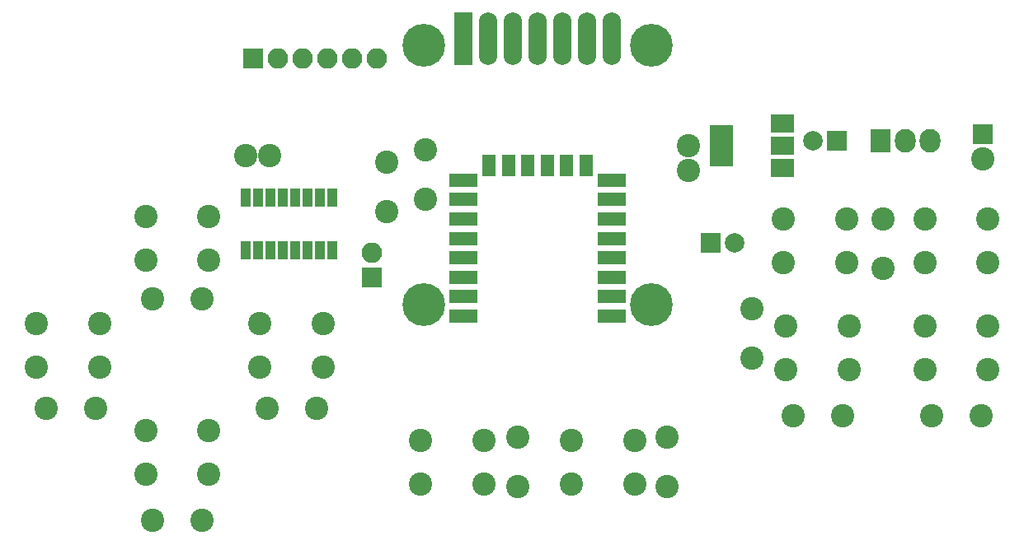
<source format=gts>
G04 #@! TF.GenerationSoftware,KiCad,Pcbnew,5.0.0-rc2-dev-unknown-r12507-fb882633*
G04 #@! TF.CreationDate,2018-03-27T10:23:12-04:00*
G04 #@! TF.ProjectId,Gamegame,47616D6567616D652E6B696361645F70,rev?*
G04 #@! TF.SameCoordinates,Original*
G04 #@! TF.FileFunction,Soldermask,Top*
G04 #@! TF.FilePolarity,Negative*
%FSLAX46Y46*%
G04 Gerber Fmt 4.6, Leading zero omitted, Abs format (unit mm)*
G04 Created by KiCad (PCBNEW 5.0.0-rc2-dev-unknown-r12507-fb882633) date Tue Mar 27 10:23:12 2018*
%MOMM*%
%LPD*%
G01*
G04 APERTURE LIST*
%ADD10C,2.000000*%
%ADD11R,2.000000X2.000000*%
%ADD12C,2.400000*%
%ADD13R,2.100000X2.100000*%
%ADD14O,2.100000X2.100000*%
%ADD15C,4.400000*%
%ADD16O,1.900000X5.400000*%
%ADD17R,1.900000X5.400000*%
%ADD18R,2.130000X2.430000*%
%ADD19O,2.130000X2.430000*%
%ADD20R,1.000000X1.900000*%
%ADD21R,2.900000X1.400000*%
%ADD22R,1.400000X2.200000*%
%ADD23R,2.400000X4.200000*%
%ADD24R,2.400000X1.900000*%
G04 APERTURE END LIST*
D10*
X151250000Y-48000000D03*
D11*
X148750000Y-48000000D03*
D10*
X159250000Y-37500000D03*
D11*
X161750000Y-37500000D03*
D12*
X146500000Y-38000000D03*
X146500000Y-40500000D03*
X101000000Y-39000000D03*
X103500000Y-39000000D03*
D13*
X101750000Y-29000000D03*
D14*
X104290000Y-29000000D03*
X106830000Y-29000000D03*
X109370000Y-29000000D03*
X111910000Y-29000000D03*
X114450000Y-29000000D03*
D15*
X142650000Y-27650000D03*
X119350000Y-27650000D03*
X142650000Y-54350000D03*
X119350000Y-54350000D03*
D16*
X138620000Y-27000000D03*
X136080000Y-27000000D03*
X133540000Y-27000000D03*
X131000000Y-27000000D03*
X128460000Y-27000000D03*
X125920000Y-27000000D03*
D17*
X123380000Y-27000000D03*
D12*
X90750000Y-49750000D03*
X90750000Y-45250000D03*
X97250000Y-49750000D03*
X97250000Y-45250000D03*
X97250000Y-67250000D03*
X97250000Y-71750000D03*
X90750000Y-67250000D03*
X90750000Y-71750000D03*
X79500000Y-60750000D03*
X79500000Y-56250000D03*
X86000000Y-60750000D03*
X86000000Y-56250000D03*
X109000000Y-56250000D03*
X109000000Y-60750000D03*
X102500000Y-56250000D03*
X102500000Y-60750000D03*
X163000000Y-56500000D03*
X163000000Y-61000000D03*
X156500000Y-56500000D03*
X156500000Y-61000000D03*
X170750000Y-61000000D03*
X170750000Y-56500000D03*
X177250000Y-61000000D03*
X177250000Y-56500000D03*
X125500000Y-68250000D03*
X125500000Y-72750000D03*
X119000000Y-68250000D03*
X119000000Y-72750000D03*
X134500000Y-72750000D03*
X134500000Y-68250000D03*
X141000000Y-72750000D03*
X141000000Y-68250000D03*
X156250000Y-50000000D03*
X156250000Y-45500000D03*
X162750000Y-50000000D03*
X162750000Y-45500000D03*
X177250000Y-45500000D03*
X177250000Y-50000000D03*
X170750000Y-45500000D03*
X170750000Y-50000000D03*
D18*
X166250000Y-37500000D03*
D19*
X168790000Y-37500000D03*
X171330000Y-37500000D03*
D20*
X101055000Y-48700000D03*
X102325000Y-48700000D03*
X103595000Y-48700000D03*
X104865000Y-48700000D03*
X106135000Y-48700000D03*
X107405000Y-48700000D03*
X108675000Y-48700000D03*
X109945000Y-48700000D03*
X109945000Y-43300000D03*
X108675000Y-43300000D03*
X107405000Y-43300000D03*
X106135000Y-43300000D03*
X104865000Y-43300000D03*
X103595000Y-43300000D03*
X102325000Y-43300000D03*
X101055000Y-43300000D03*
D21*
X138600000Y-55500000D03*
X138600000Y-53500000D03*
X138600000Y-51500000D03*
X138600000Y-49500000D03*
X138600000Y-47500000D03*
X138600000Y-45500000D03*
X138600000Y-43500000D03*
X138600000Y-41500000D03*
D22*
X136000000Y-40000000D03*
X134000000Y-40000000D03*
X132000000Y-40000000D03*
X130000000Y-40000000D03*
X128000000Y-40000000D03*
X126000000Y-40000000D03*
D21*
X123400000Y-41500000D03*
X123400000Y-43500000D03*
X123400000Y-45500000D03*
X123400000Y-47500000D03*
X123400000Y-49500000D03*
X123400000Y-51500000D03*
X123400000Y-53500000D03*
X123400000Y-55500000D03*
D23*
X149850000Y-38000000D03*
D24*
X156150000Y-38000000D03*
X156150000Y-35700000D03*
X156150000Y-40300000D03*
D12*
X91500000Y-53750000D03*
X96580000Y-53750000D03*
X96580000Y-76500000D03*
X91500000Y-76500000D03*
X80500000Y-65000000D03*
X85580000Y-65000000D03*
X108330000Y-65000000D03*
X103250000Y-65000000D03*
X157250000Y-65750000D03*
X162330000Y-65750000D03*
X176580000Y-65750000D03*
X171500000Y-65750000D03*
X129000000Y-73000000D03*
X129000000Y-67920000D03*
X144250000Y-73000000D03*
X144250000Y-67920000D03*
X153000000Y-59830000D03*
X153000000Y-54750000D03*
X166500000Y-45500000D03*
X166500000Y-50580000D03*
X119500000Y-38420000D03*
X119500000Y-43500000D03*
X115500000Y-44750000D03*
X115500000Y-39670000D03*
D13*
X176750000Y-36750000D03*
D12*
X176750000Y-39290000D03*
D13*
X114000000Y-51500000D03*
D14*
X114000000Y-48960000D03*
M02*

</source>
